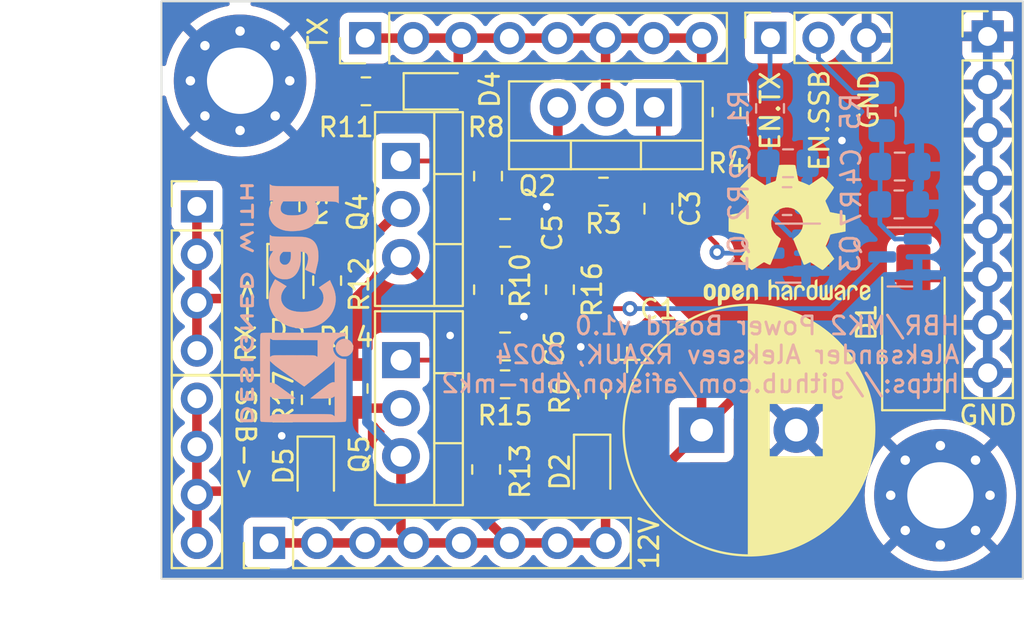
<source format=kicad_pcb>
(kicad_pcb (version 20221018) (generator pcbnew)
  (title_block (title "HBR/MK2 Power Board") (date "2024-02-03") (rev "1.0"))
  (layers (0 "F.Cu" signal) (31 "B.Cu" signal) (34 "B.Paste" user) (35 "F.Paste" user) (36 "B.SilkS" user "B.Silkscreen") (37 "F.SilkS" user "F.Silkscreen") (38 "B.Mask" user) (39 "F.Mask" user) (44 "Edge.Cuts" user))
  (net 0 "")
  (net 1 "+12V")
  (net 2 "GND")
  (net 3 "Net-(Q3-G)")
  (net 4 "Net-(Q1-G)")
  (net 5 "Net-(Q3-D)")
  (net 6 "Net-(D2-K)")
  (net 7 "Net-(D3-K)")
  (net 8 "Net-(Q4-G)")
  (net 9 "Net-(D4-K)")
  (net 10 "ENABLE_TX_12V")
  (net 11 "RX_12V")
  (net 12 "TX_12V")
  (net 13 "Net-(Q1-D)")
  (net 14 "Net-(Q5-G)")
  (net 15 "SSB_12V")
  (net 16 "ENABLE_SSB")
  (net 17 "Net-(D5-K)")
  (footprint "Resistor_SMD:R_0805_2012Metric_Pad1.20x1.40mm_HandSolder" (layer "F.Cu") (at 139.3 68.6 90)
    (fp_text reference "R9" (at -0.1 1.7 90) (layer "F.SilkS"))
    (fp_text value "4.7K" hide)
    (pad "1" smd roundrect (at -1 0 90) (size 1.2 1.4) (layers "F.Cu" "F.Paste" "F.Mask") (roundrect_rratio 0.2083333333) (net 7 "Net-(D3-K)"))
    (pad "2" smd roundrect (at 1 0 90) (size 1.2 1.4) (layers "F.Cu" "F.Paste" "F.Mask") (roundrect_rratio 0.2083333333) (net 2 "GND"))
  )
  (footprint "Symbol:OSHW-Logo2_9.8x8mm_SilkScreen" (layer "F.Cu") (at 165.8 70.1)
    (fp_text reference "SYM2" hide)
    (fp_text value "Logo_Open_Hardware_Small" hide)
  )
  (footprint "Resistor_SMD:R_0805_2012Metric_Pad1.20x1.40mm_HandSolder" (layer "F.Cu") (at 150.9 77.98 180)
    (fp_text reference "R15" (at 0 -1.65) (layer "F.SilkS"))
    (fp_text value "0" hide)
    (pad "1" smd roundrect (at -1 0 180) (size 1.2 1.4) (layers "F.Cu" "F.Paste" "F.Mask") (roundrect_rratio 0.2083333333) (net 5 "Net-(Q3-D)"))
    (pad "2" smd roundrect (at 1 0 180) (size 1.2 1.4) (layers "F.Cu" "F.Paste" "F.Mask") (roundrect_rratio 0.2083333333) (net 14 "Net-(Q5-G)"))
  )
  (footprint "Capacitor_THT:CP_Radial_D13.0mm_P5.00mm" (layer "F.Cu") (at 161.284785 80.4)
    (fp_text reference "C1" (at -2.284785 -6.375) (layer "F.SilkS"))
    (fp_text value "1000u" hide)
    (pad "1" thru_hole rect (at 0 0) (size 2.4 2.4) (drill 1.2) (layers "*.Cu" "*.Mask") (net 1 "+12V"))
    (pad "2" thru_hole circle (at 5 0) (size 2.4 2.4) (drill 1.2) (layers "*.Cu" "*.Mask") (net 2 "GND"))
  )
  (footprint "MountingHole:MountingHole_3.5mm_Pad_Via" (layer "F.Cu") (at 173.9 83.843845)
    (fp_text reference "H2" hide)
    (fp_text value "MountingHole_Pad" hide)
    (pad "1" thru_hole circle (at -2.625 0) (size 0.8 0.8) (drill 0.5) (layers "*.Cu" "*.Mask") (net 2 "GND"))
    (pad "1" thru_hole circle (at -1.856155 -1.856155) (size 0.8 0.8) (drill 0.5) (layers "*.Cu" "*.Mask") (net 2 "GND"))
    (pad "1" thru_hole circle (at -1.856155 1.856155) (size 0.8 0.8) (drill 0.5) (layers "*.Cu" "*.Mask") (net 2 "GND"))
    (pad "1" thru_hole circle (at 0 -2.625) (size 0.8 0.8) (drill 0.5) (layers "*.Cu" "*.Mask") (net 2 "GND"))
    (pad "1" thru_hole circle (at 0 0) (size 7 7) (drill 3.5) (layers "*.Cu" "*.Mask") (net 2 "GND"))
    (pad "1" thru_hole circle (at 0 2.625) (size 0.8 0.8) (drill 0.5) (layers "*.Cu" "*.Mask") (net 2 "GND"))
    (pad "1" thru_hole circle (at 1.856155 -1.856155) (size 0.8 0.8) (drill 0.5) (layers "*.Cu" "*.Mask") (net 2 "GND"))
    (pad "1" thru_hole circle (at 1.856155 1.856155) (size 0.8 0.8) (drill 0.5) (layers "*.Cu" "*.Mask") (net 2 "GND"))
    (pad "1" thru_hole circle (at 2.625 0) (size 0.8 0.8) (drill 0.5) (layers "*.Cu" "*.Mask") (net 2 "GND"))
  )
  (footprint "Resistor_SMD:R_0805_2012Metric_Pad1.20x1.40mm_HandSolder" (layer "F.Cu") (at 143.55 62.5 180)
    (fp_text reference "R11" (at 1.05 -1.9 180) (layer "F.SilkS"))
    (fp_text value "4.7K" hide)
    (pad "1" smd roundrect (at -1 0 180) (size 1.2 1.4) (layers "F.Cu" "F.Paste" "F.Mask") (roundrect_rratio 0.2083333333) (net 9 "Net-(D4-K)"))
    (pad "2" smd roundrect (at 1 0 180) (size 1.2 1.4) (layers "F.Cu" "F.Paste" "F.Mask") (roundrect_rratio 0.2083333333) (net 2 "GND"))
  )
  (footprint "Resistor_SMD:R_0805_2012Metric_Pad1.20x1.40mm_HandSolder" (layer "F.Cu") (at 156.1 67.8)
    (fp_text reference "R3" (at 0 1.7) (layer "F.SilkS"))
    (fp_text value "10K" hide)
    (pad "1" smd roundrect (at -1 0) (size 1.2 1.4) (layers "F.Cu" "F.Paste" "F.Mask") (roundrect_rratio 0.2083333333) (net 1 "+12V"))
    (pad "2" smd roundrect (at 1 0) (size 1.2 1.4) (layers "F.Cu" "F.Paste" "F.Mask") (roundrect_rratio 0.2083333333) (net 13 "Net-(Q1-D)"))
  )
  (footprint "Connector_PinHeader_2.54mm:PinHeader_1x08_P2.54mm_Vertical" (layer "F.Cu") (at 176.4 59.598845)
    (fp_text reference "J2" hide)
    (fp_text value "Conn_01x08" hide)
    (pad "1" thru_hole rect (at 0 0) (size 1.7 1.7) (drill 1) (layers "*.Cu" "*.Mask") (net 2 "GND"))
    (pad "2" thru_hole oval (at 0 2.54) (size 1.7 1.7) (drill 1) (layers "*.Cu" "*.Mask") (net 2 "GND"))
    (pad "3" thru_hole oval (at 0 5.08) (size 1.7 1.7) (drill 1) (layers "*.Cu" "*.Mask") (net 2 "GND"))
    (pad "4" thru_hole oval (at 0 7.62) (size 1.7 1.7) (drill 1) (layers "*.Cu" "*.Mask") (net 2 "GND"))
    (pad "5" thru_hole oval (at 0 10.16) (size 1.7 1.7) (drill 1) (layers "*.Cu" "*.Mask") (net 2 "GND"))
    (pad "6" thru_hole oval (at 0 12.7) (size 1.7 1.7) (drill 1) (layers "*.Cu" "*.Mask") (net 2 "GND"))
    (pad "7" thru_hole oval (at 0 15.24) (size 1.7 1.7) (drill 1) (layers "*.Cu" "*.Mask") (net 2 "GND"))
    (pad "8" thru_hole oval (at 0 17.78) (size 1.7 1.7) (drill 1) (layers "*.Cu" "*.Mask") (net 2 "GND"))
  )
  (footprint "Connector_PinHeader_2.54mm:PinHeader_1x08_P2.54mm_Vertical" (layer "F.Cu") (at 138.43 86.36 90)
    (fp_text reference "J1" hide)
    (fp_text value "Conn_01x08" hide)
    (pad "1" thru_hole rect (at 0 0 90) (size 1.7 1.7) (drill 1) (layers "*.Cu" "*.Mask") (net 1 "+12V"))
    (pad "2" thru_hole oval (at 0 2.54 90) (size 1.7 1.7) (drill 1) (layers "*.Cu" "*.Mask") (net 1 "+12V"))
    (pad "3" thru_hole oval (at 0 5.08 90) (size 1.7 1.7) (drill 1) (layers "*.Cu" "*.Mask") (net 1 "+12V"))
    (pad "4" thru_hole oval (at 0 7.62 90) (size 1.7 1.7) (drill 1) (layers "*.Cu" "*.Mask") (net 1 "+12V"))
    (pad "5" thru_hole oval (at 0 10.16 90) (size 1.7 1.7) (drill 1) (layers "*.Cu" "*.Mask") (net 1 "+12V"))
    (pad "6" thru_hole oval (at 0 12.7 90) (size 1.7 1.7) (drill 1) (layers "*.Cu" "*.Mask") (net 1 "+12V"))
    (pad "7" thru_hole oval (at 0 15.24 90) (size 1.7 1.7) (drill 1) (layers "*.Cu" "*.Mask") (net 1 "+12V"))
    (pad "8" thru_hole oval (at 0 17.78 90) (size 1.7 1.7) (drill 1) (layers "*.Cu" "*.Mask") (net 1 "+12V"))
  )
  (footprint "Connector_PinHeader_2.54mm:PinHeader_1x08_P2.54mm_Vertical" (layer "F.Cu") (at 134.62 68.58)
    (fp_text reference "J4" hide)
    (fp_text value "Conn_01x08" hide)
    (pad "1" thru_hole rect (at 0 0) (size 1.7 1.7) (drill 1) (layers "*.Cu" "*.Mask") (net 11 "RX_12V"))
    (pad "2" thru_hole oval (at 0 2.54) (size 1.7 1.7) (drill 1) (layers "*.Cu" "*.Mask") (net 11 "RX_12V"))
    (pad "3" thru_hole oval (at 0 5.08) (size 1.7 1.7) (drill 1) (layers "*.Cu" "*.Mask") (net 11 "RX_12V"))
    (pad "4" thru_hole oval (at 0 7.62) (size 1.7 1.7) (drill 1) (layers "*.Cu" "*.Mask") (net 11 "RX_12V"))
    (pad "5" thru_hole oval (at 0 10.16) (size 1.7 1.7) (drill 1) (layers "*.Cu" "*.Mask") (net 15 "SSB_12V"))
    (pad "6" thru_hole oval (at 0 12.7) (size 1.7 1.7) (drill 1) (layers "*.Cu" "*.Mask") (net 15 "SSB_12V"))
    (pad "7" thru_hole oval (at 0 15.24) (size 1.7 1.7) (drill 1) (layers "*.Cu" "*.Mask") (net 15 "SSB_12V"))
    (pad "8" thru_hole oval (at 0 17.78) (size 1.7 1.7) (drill 1) (layers "*.Cu" "*.Mask") (net 15 "SSB_12V"))
  )
  (footprint "Resistor_SMD:R_0805_2012Metric_Pad1.20x1.40mm_HandSolder" (layer "F.Cu") (at 150 66.98 -90)
    (fp_text reference "R8" (at -2.58 0.1 -180) (layer "F.SilkS"))
    (fp_text value "10K" hide)
    (pad "1" smd roundrect (at -1 0 270) (size 1.2 1.4) (layers "F.Cu" "F.Paste" "F.Mask") (roundrect_rratio 0.2083333333) (net 12 "TX_12V"))
    (pad "2" smd roundrect (at 1 0 270) (size 1.2 1.4) (layers "F.Cu" "F.Paste" "F.Mask") (roundrect_rratio 0.2083333333) (net 8 "Net-(Q4-G)"))
  )
  (footprint "LED_SMD:LED_0805_2012Metric_Pad1.15x1.40mm_HandSolder" (layer "F.Cu") (at 147.4025 62.5)
    (fp_text reference "D4" (at 2.6975 -0.1 90) (layer "F.SilkS"))
    (fp_text value "LED" hide)
    (pad "1" smd roundrect (at -1.025 0) (size 1.15 1.4) (layers "F.Cu" "F.Paste" "F.Mask") (roundrect_rratio 0.2173913043) (net 9 "Net-(D4-K)"))
    (pad "2" smd roundrect (at 1.025 0) (size 1.15 1.4) (layers "F.Cu" "F.Paste" "F.Mask") (roundrect_rratio 0.2173913043) (net 12 "TX_12V"))
  )
  (footprint "Capacitor_SMD:C_0805_2012Metric_Pad1.18x1.45mm_HandSolder" (layer "F.Cu") (at 150.9 69.98)
    (fp_text reference "C5" (at 2.5 0 90) (layer "F.SilkS"))
    (fp_text value "0.1u" hide)
    (pad "1" smd roundrect (at -1.0375 0) (size 1.175 1.45) (layers "F.Cu" "F.Paste" "F.Mask") (roundrect_rratio 0.2127659574) (net 8 "Net-(Q4-G)"))
    (pad "2" smd roundrect (at 1.0375 0) (size 1.175 1.45) (layers "F.Cu" "F.Paste" "F.Mask") (roundrect_rratio 0.2127659574) (net 2 "GND"))
  )
  (footprint "Capacitor_SMD:C_0805_2012Metric_Pad1.18x1.45mm_HandSolder" (layer "F.Cu") (at 159 68.7 -90)
    (fp_text reference "C3" (at 0 -1.68 90) (layer "F.SilkS"))
    (fp_text value "0.1u" hide)
    (pad "1" smd roundrect (at -1.0375 0 270) (size 1.175 1.45) (layers "F.Cu" "F.Paste" "F.Mask") (roundrect_rratio 0.2127659574) (net 13 "Net-(Q1-D)"))
    (pad "2" smd roundrect (at 1.0375 0 270) (size 1.175 1.45) (layers "F.Cu" "F.Paste" "F.Mask") (roundrect_rratio 0.2127659574) (net 2 "GND"))
  )
  (footprint "MountingHole:MountingHole_3.5mm_Pad_Via" (layer "F.Cu") (at 136.9 61.943845)
    (fp_text reference "H1" hide)
    (fp_text value "MountingHole_Pad" hide)
    (pad "1" thru_hole circle (at -2.625 0) (size 0.8 0.8) (drill 0.5) (layers "*.Cu" "*.Mask") (net 2 "GND"))
    (pad "1" thru_hole circle (at -1.856155 -1.856155) (size 0.8 0.8) (drill 0.5) (layers "*.Cu" "*.Mask") (net 2 "GND"))
    (pad "1" thru_hole circle (at -1.856155 1.856155) (size 0.8 0.8) (drill 0.5) (layers "*.Cu" "*.Mask") (net 2 "GND"))
    (pad "1" thru_hole circle (at 0 -2.625) (size 0.8 0.8) (drill 0.5) (layers "*.Cu" "*.Mask") (net 2 "GND"))
    (pad "1" thru_hole circle (at 0 0) (size 7 7) (drill 3.5) (layers "*.Cu" "*.Mask") (net 2 "GND"))
    (pad "1" thru_hole circle (at 0 2.625) (size 0.8 0.8) (drill 0.5) (layers "*.Cu" "*.Mask") (net 2 "GND"))
    (pad "1" thru_hole circle (at 1.856155 -1.856155) (size 0.8 0.8) (drill 0.5) (layers "*.Cu" "*.Mask") (net 2 "GND"))
    (pad "1" thru_hole circle (at 1.856155 1.856155) (size 0.8 0.8) (drill 0.5) (layers "*.Cu" "*.Mask") (net 2 "GND"))
    (pad "1" thru_hole circle (at 2.625 0) (size 0.8 0.8) (drill 0.5) (layers "*.Cu" "*.Mask") (net 2 "GND"))
  )
  (footprint "Package_TO_SOT_THT:TO-220-3_Vertical" (layer "F.Cu") (at 158.77 63.345 180)
    (fp_text reference "Q2" (at 6.17 -4.155 180) (layer "F.SilkS"))
    (fp_text value "IRF4905" hide)
    (pad "1" thru_hole rect (at 0 0 180) (size 1.905 2) (drill 1.1) (layers "*.Cu" "*.Mask") (net 13 "Net-(Q1-D)"))
    (pad "2" thru_hole oval (at 2.54 0 180) (size 1.905 2) (drill 1.1) (layers "*.Cu" "*.Mask") (net 12 "TX_12V"))
    (pad "3" thru_hole oval (at 5.08 0 180) (size 1.905 2) (drill 1.1) (layers "*.Cu" "*.Mask") (net 1 "+12V"))
  )
  (footprint "Resistor_SMD:R_0805_2012Metric_Pad1.20x1.40mm_HandSolder" (layer "F.Cu") (at 149.9 82.48 90)
    (fp_text reference "R13" (at -0.1 1.8 90) (layer "F.SilkS"))
    (fp_text value "10K" hide)
    (pad "1" smd roundrect (at -1 0 90) (size 1.2 1.4) (layers "F.Cu" "F.Paste" "F.Mask") (roundrect_rratio 0.2083333333) (net 1 "+12V"))
    (pad "2" smd roundrect (at 1 0 90) (size 1.2 1.4) (layers "F.Cu" "F.Paste" "F.Mask") (roundrect_rratio 0.2083333333) (net 14 "Net-(Q5-G)"))
  )
  (footprint "Resistor_SMD:R_0805_2012Metric_Pad1.20x1.40mm_HandSolder" (layer "F.Cu") (at 162.6 63.6 -90)
    (fp_text reference "R4" (at 2.7 0 -180) (layer "F.SilkS"))
    (fp_text value "100K" hide)
    (pad "1" smd roundrect (at -1 0 270) (size 1.2 1.4) (layers "F.Cu" "F.Paste" "F.Mask") (roundrect_rratio 0.2083333333) (net 12 "TX_12V"))
    (pad "2" smd roundrect (at 1 0 270) (size 1.2 1.4) (layers "F.Cu" "F.Paste" "F.Mask") (roundrect_rratio 0.2083333333) (net 2 "GND"))
  )
  (footprint "Connector_PinSocket_2.54mm:PinSocket_1x03_P2.54mm_Vertical" (layer "F.Cu") (at 164.92 59.675 90)
    (fp_text reference "J5" hide)
    (fp_text value "Conn_01x03" hide)
    (pad "1" thru_hole rect (at 0 0 90) (size 1.7 1.7) (drill 1) (layers "*.Cu" "*.Mask") (net 10 "ENABLE_TX_12V"))
    (pad "2" thru_hole oval (at 0 2.54 90) (size 1.7 1.7) (drill 1) (layers "*.Cu" "*.Mask") (net 16 "ENABLE_SSB"))
    (pad "3" thru_hole oval (at 0 5.08 90) (size 1.7 1.7) (drill 1) (layers "*.Cu" "*.Mask") (net 2 "GND"))
  )
  (footprint "LED_SMD:LED_0805_2012Metric_Pad1.15x1.40mm_HandSolder" (layer "F.Cu") (at 140.9 82.6 -90)
    (fp_text reference "D5" (at -0.3 1.7 90) (layer "F.SilkS"))
    (fp_text value "LED" hide)
    (pad "1" smd roundrect (at -1.025 0 270) (size 1.15 1.4) (layers "F.Cu" "F.Paste" "F.Mask") (roundrect_rratio 0.2173913043) (net 17 "Net-(D5-K)"))
    (pad "2" smd roundrect (at 1.025 0 270) (size 1.15 1.4) (layers "F.Cu" "F.Paste" "F.Mask") (roundrect_rratio 0.2173913043) (net 15 "SSB_12V"))
  )
  (footprint "Resistor_SMD:R_0805_2012Metric_Pad1.20x1.40mm_HandSolder" (layer "F.Cu") (at 142.9 78.2 90)
    (fp_text reference "R14" (at 2.7 -0.4 180) (layer "F.SilkS"))
    (fp_text value "100K" hide)
    (pad "1" smd roundrect (at -1 0 90) (size 1.2 1.4) (layers "F.Cu" "F.Paste" "F.Mask") (roundrect_rratio 0.2083333333) (net 15 "SSB_12V"))
    (pad "2" smd roundrect (at 1 0 90) (size 1.2 1.4) (layers "F.Cu" "F.Paste" "F.Mask") (roundrect_rratio 0.2083333333) (net 2 "GND"))
  )
  (footprint "Resistor_SMD:R_0805_2012Metric_Pad1.20x1.40mm_HandSolder" (layer "F.Cu") (at 140.9 78.8 90)
    (fp_text reference "R17" (at 0.1 -1.7 270) (layer "F.SilkS"))
    (fp_text value "4.7K" hide)
    (pad "1" smd roundrect (at -1 0 90) (size 1.2 1.4) (layers "F.Cu" "F.Paste" "F.Mask") (roundrect_rratio 0.2083333333) (net 17 "Net-(D5-K)"))
    (pad "2" smd roundrect (at 1 0 90) (size 1.2 1.4) (layers "F.Cu" "F.Paste" "F.Mask") (roundrect_rratio 0.2083333333) (net 2 "GND"))
  )
  (footprint "Capacitor_SMD:C_0805_2012Metric_Pad1.18x1.45mm_HandSolder" (layer "F.Cu") (at 150.9 75.98)
    (fp_text reference "C6" (at 2.6 0.1 90) (layer "F.SilkS"))
    (fp_text value "0.1u" hide)
    (pad "1" smd roundrect (at -1.0375 0) (size 1.175 1.45) (layers "F.Cu" "F.Paste" "F.Mask") (roundrect_rratio 0.2127659574) (net 14 "Net-(Q5-G)"))
    (pad "2" smd roundrect (at 1.0375 0) (size 1.175 1.45) (layers "F.Cu" "F.Paste" "F.Mask") (roundrect_rratio 0.2127659574) (net 2 "GND"))
  )
  (footprint "Connector_PinHeader_2.54mm:PinHeader_1x08_P2.54mm_Vertical" (layer "F.Cu") (at 143.51 59.69 90)
    (fp_text reference "J3" hide)
    (fp_text value "Conn_01x08" hide)
    (pad "1" thru_hole rect (at 0 0 90) (size 1.7 1.7) (drill 1) (layers "*.Cu" "*.Mask") (net 12 "TX_12V"))
    (pad "2" thru_hole oval (at 0 2.54 90) (size 1.7 1.7) (drill 1) (layers "*.Cu" "*.Mask") (net 12 "TX_12V"))
    (pad "3" thru_hole oval (at 0 5.08 90) (size 1.7 1.7) (drill 1) (layers "*.Cu" "*.Mask") (net 12 "TX_12V"))
    (pad "4" thru_hole oval (at 0 7.62 90) (size 1.7 1.7) (drill 1) (layers "*.Cu" "*.Mask") (net 12 "TX_12V"))
    (pad "5" thru_hole oval (at 0 10.16 90) (size 1.7 1.7) (drill 1) (layers "*.Cu" "*.Mask") (net 12 "TX_12V"))
    (pad "6" thru_hole oval (at 0 12.7 90) (size 1.7 1.7) (drill 1) (layers "*.Cu" "*.Mask") (net 12 "TX_12V"))
    (pad "7" thru_hole oval (at 0 15.24 90) (size 1.7 1.7) (drill 1) (layers "*.Cu" "*.Mask") (net 12 "TX_12V"))
    (pad "8" thru_hole oval (at 0 17.78 90) (size 1.7 1.7) (drill 1) (layers "*.Cu" "*.Mask") (net 12 "TX_12V"))
  )
  (footprint "LED_SMD:LED_0805_2012Metric_Pad1.15x1.40mm_HandSolder" (layer "F.Cu") (at 155.5 82.5 -90)
    (fp_text reference "D2" (at 0.1 1.7 90) (layer "F.SilkS"))
    (fp_text value "LED" hide)
    (pad "1" smd roundrect (at -1.025 0 270) (size 1.15 1.4) (layers "F.Cu" "F.Paste" "F.Mask") (roundrect_rratio 0.2173913043) (net 6 "Net-(D2-K)"))
    (pad "2" smd roundrect (at 1.025 0 270) (size 1.15 1.4) (layers "F.Cu" "F.Paste" "F.Mask") (roundrect_rratio 0.2173913043) (net 1 "+12V"))
  )
  (footprint "Resistor_SMD:R_0805_2012Metric_Pad1.20x1.40mm_HandSolder" (layer "F.Cu") (at 141.5 72.5 90)
    (fp_text reference "R12" (at -0.2 1.7 270) (layer "F.SilkS"))
    (fp_text value "100K" hide)
    (pad "1" smd roundrect (at -1 0 90) (size 1.2 1.4) (layers "F.Cu" "F.Paste" "F.Mask") (roundrect_rratio 0.2083333333) (net 11 "RX_12V"))
    (pad "2" smd roundrect (at 1 0 90) (size 1.2 1.4) (layers "F.Cu" "F.Paste" "F.Mask") (roundrect_rratio 0.2083333333) (net 2 "GND"))
  )
  (footprint "Resistor_SMD:R_0805_2012Metric_Pad1.20x1.40mm_HandSolder" (layer "F.Cu") (at 153.8 72.98 90)
    (fp_text reference "R16" (at 0 1.7 90) (layer "F.SilkS"))
    (fp_text value "DNP" hide)
    (pad "1" smd roundrect (at -1 0 90) (size 1.2 1.4) (layers "F.Cu" "F.Paste" "F.Mask") (roundrect_rratio 0.2083333333) (net 5 "Net-(Q3-D)"))
    (pad "2" smd roundrect (at 1 0 90) (size 1.2 1.4) (layers "F.Cu" "F.Paste" "F.Mask") (roundrect_rratio 0.2083333333) (net 8 "Net-(Q4-G)"))
  )
  (footprint "Resistor_SMD:R_0805_2012Metric_Pad1.20x1.40mm_HandSolder" (layer "F.Cu") (at 155.5 78.5 90)
    (fp_text reference "R6" (at -0.1 -1.7 90) (layer "F.SilkS"))
    (fp_text value "4.7K" hide)
    (pad "1" smd roundrect (at -1 0 90) (size 1.2 1.4) (layers "F.Cu" "F.Paste" "F.Mask") (roundrect_rratio 0.2083333333) (net 6 "Net-(D2-K)"))
    (pad "2" smd roundrect (at 1 0 90) (size 1.2 1.4) (layers "F.Cu" "F.Paste" "F.Mask") (roundrect_rratio 0.2083333333) (net 2 "GND"))
  )
  (footprint "LED_SMD:LED_0805_2012Metric_Pad1.15x1.40mm_HandSolder" (layer "F.Cu") (at 139.3 72.425 -90)
    (fp_text reference "D3" (at 2.675 -0.1 -180) (layer "F.SilkS"))
    (fp_text value "LED" hide)
    (pad "1" smd roundrect (at -1.025 0 270) (size 1.15 1.4) (layers "F.Cu" "F.Paste" "F.Mask") (roundrect_rratio 0.2173913043) (net 7 "Net-(D3-K)"))
    (pad "2" smd roundrect (at 1.025 0 270) (size 1.15 1.4) (layers "F.Cu" "F.Paste" "F.Mask") (roundrect_rratio 0.2173913043) (net 11 "RX_12V"))
  )
  (footprint "Package_TO_SOT_THT:TO-220-3_Vertical" (layer "F.Cu") (at 145.4 66.18 -90)
    (fp_text reference "Q4" (at 2.7 2.3 -90) (layer "F.SilkS"))
    (fp_text value "IRF4905" hide)
    (pad "1" thru_hole rect (at 0 0 270) (size 1.905 2) (drill 1.1) (layers "*.Cu" "*.Mask") (net 8 "Net-(Q4-G)"))
    (pad "2" thru_hole oval (at 2.54 0 270) (size 1.905 2) (drill 1.1) (layers "*.Cu" "*.Mask") (net 11 "RX_12V"))
    (pad "3" thru_hole oval (at 5.08 0 270) (size 1.905 2) (drill 1.1) (layers "*.Cu" "*.Mask") (net 1 "+12V"))
  )
  (footprint "Diode_SMD:D_SMA_Handsoldering" (layer "F.Cu") (at 172.473845 74.838845 90)
    (fp_text reference "D1" (at 0.138845 -2.473845 90) (layer "F.SilkS"))
    (fp_text value "SS14" hide)
    (pad "1" smd roundrect (at -2.5 0 90) (size 3.5 1.8) (layers "F.Cu" "F.Paste" "F.Mask") (roundrect_rratio 0.1388888889) (net 1 "+12V"))
    (pad "2" smd roundrect (at 2.5 0 90) (size 3.5 1.8) (layers "F.Cu" "F.Paste" "F.Mask") (roundrect_rratio 0.1388888889) (net 2 "GND"))
  )
  (footprint "Resistor_SMD:R_0805_2012Metric_Pad1.20x1.40mm_HandSolder" (layer "F.Cu") (at 150 72.98 90)
    (fp_text reference "R10" (at 0.48 1.7 90) (layer "F.SilkS"))
    (fp_text value "DNP (10K)" hide)
    (pad "1" smd roundrect (at -1 0 90) (size 1.2 1.4) (layers "F.Cu" "F.Paste" "F.Mask") (roundrect_rratio 0.2083333333) (net 1 "+12V"))
    (pad "2" smd roundrect (at 1 0 90) (size 1.2 1.4) (layers "F.Cu" "F.Paste" "F.Mask") (roundrect_rratio 0.2083333333) (net 8 "Net-(Q4-G)"))
  )
  (footprint "Package_TO_SOT_THT:TO-220-3_Vertical" (layer "F.Cu") (at 145.4 76.7 -90)
    (fp_text reference "Q5" (at 4.98 2.2 90) (layer "F.SilkS"))
    (fp_text value "IRF4905" hide)
    (pad "1" thru_hole rect (at 0 0 270) (size 1.905 2) (drill 1.1) (layers "*.Cu" "*.Mask") (net 14 "Net-(Q5-G)"))
    (pad "2" thru_hole oval (at 2.54 0 270) (size 1.905 2) (drill 1.1) (layers "*.Cu" "*.Mask") (net 15 "SSB_12V"))
    (pad "3" thru_hole oval (at 5.08 0 270) (size 1.905 2) (drill 1.1) (layers "*.Cu" "*.Mask") (net 1 "+12V"))
  )
  (footprint "Resistor_SMD:R_0805_2012Metric_Pad1.20x1.40mm_HandSolder" (layer "B.Cu") (at 165.8 68.3)
    (fp_text reference "R2" (at -2.55 0.1 90) (layer "B.SilkS") (effects (justify mirror)))
    (fp_text value "10K" hide)
    (pad "1" smd roundrect (at -1 0) (size 1.2 1.4) (layers "B.Cu" "B.Paste" "B.Mask") (roundrect_rratio 0.2083333333) (net 4 "Net-(Q1-G)"))
    (pad "2" smd roundrect (at 1 0) (size 1.2 1.4) (layers "B.Cu" "B.Paste" "B.Mask") (roundrect_rratio 0.2083333333) (net 2 "GND"))
  )
  (footprint "Capacitor_SMD:C_0805_2012Metric_Pad1.18x1.45mm_HandSolder" (layer "B.Cu") (at 171.75 66.475)
    (fp_text reference "C4" (at -2.55 0 90) (layer "B.SilkS") (effects (justify mirror)))
    (fp_text value "0.1u" hide)
    (pad "1" smd roundrect (at -1.0375 0) (size 1.175 1.45) (layers "B.Cu" "B.Paste" "B.Mask") (roundrect_rratio 0.2127659574) (net 3 "Net-(Q3-G)"))
    (pad "2" smd roundrect (at 1.0375 0) (size 1.175 1.45) (layers "B.Cu" "B.Paste" "B.Mask") (roundrect_rratio 0.2127659574) (net 2 "GND"))
  )
  (footprint "Package_TO_SOT_SMD:SOT-23" (layer "B.Cu") (at 171.7625 71.25 180)
    (fp_text reference "Q3" (at 2.6125 0.175 90) (layer "B.SilkS") (effects (justify mirror)))
    (fp_text value "2N7002" hide)
    (pad "1" smd roundrect (at -0.9375 0.95 180) (size 1.475 0.6) (layers "B.Cu" "B.Paste" "B.Mask") (net 3 "Net-(Q3-G)"))
    (pad "2" smd roundrect (at -0.9375 -0.95 180) (size 1.475 0.6) (layers "B.Cu" "B.Paste" "B.Mask") (net 2 "GND"))
    (pad "3" smd roundrect (at 0.9375 0 180) (size 1.475 0.6) (layers "B.Cu" "B.Paste" "B.Mask") (net 5 "Net-(Q3-D)"))
  )
  (footprint "Capacitor_SMD:C_0805_2012Metric_Pad1.18x1.45mm_HandSolder" (layer "B.Cu") (at 165.85 66.3)
    (fp_text reference "C2" (at -2.5 -0.1 90) (layer "B.SilkS") (effects (justify mirror)))
    (fp_text value "0.1u" hide)
    (pad "1" smd roundrect (at -1.0375 0) (size 1.175 1.45) (layers "B.Cu" "B.Paste" "B.Mask") (roundrect_rratio 0.2127659574) (net 4 "Net-(Q1-G)"))
    (pad "2" smd roundrect (at 1.0375 0) (size 1.175 1.45) (layers "B.Cu" "B.Paste" "B.Mask") (roundrect_rratio 0.2127659574) (net 2 "GND"))
  )
  (footprint "Resistor_SMD:R_0805_2012Metric_Pad1.20x1.40mm_HandSolder" (layer "B.Cu") (at 171.7 68.475)
    (fp_text reference "R7" (at -2.5 0.2 90) (layer "B.SilkS") (effects (justify mirror)))
    (fp_text value "10K" hide)
    (pad "1" smd roundrect (at -1 0) (size 1.2 1.4) (layers "B.Cu" "B.Paste" "B.Mask") (roundrect_rratio 0.2083333333) (net 3 "Net-(Q3-G)"))
    (pad "2" smd roundrect (at 1 0) (size 1.2 1.4) (layers "B.Cu" "B.Paste" "B.Mask") (roundrect_rratio 0.2083333333) (net 2 "GND"))
  )
  (footprint "Package_TO_SOT_SMD:SOT-23" (layer "B.Cu") (at 165.8625 71.05 180)
    (fp_text reference "Q1" (at 2.6375 -0.025 90) (layer "B.SilkS") (effects (justify mirror)))
    (fp_text value "2N7002" hide)
    (pad "1" smd roundrect (at -0.9375 0.95 180) (size 1.475 0.6) (layers "B.Cu" "B.Paste" "B.Mask") (net 4 "Net-(Q1-G)"))
    (pad "2" smd roundrect (at -0.9375 -0.95 180) (size 1.475 0.6) (layers "B.Cu" "B.Paste" "B.Mask") (net 2 "GND"))
    (pad "3" smd roundrect (at 0.9375 0 180) (size 1.475 0.6) (layers "B.Cu" "B.Paste" "B.Mask") (net 13 "Net-(Q1-D)"))
  )
  (footprint "Resistor_SMD:R_0805_2012Metric_Pad1.20x1.40mm_HandSolder" (layer "B.Cu") (at 164.9 63.4 -90)
    (fp_text reference "R1" (at 0 1.65 90) (layer "B.SilkS") (effects (justify mirror)))
    (fp_text value "22" hide)
    (pad "1" smd roundrect (at -1 0 270) (size 1.2 1.4) (layers "B.Cu" "B.Paste" "B.Mask") (roundrect_rratio 0.2083333333) (net 10 "ENABLE_TX_12V"))
    (pad "2" smd roundrect (at 1 0 270) (size 1.2 1.4) (layers "B.Cu" "B.Paste" "B.Mask") (roundrect_rratio 0.2083333333) (net 4 "Net-(Q1-G)"))
  )
  (footprint "Symbol:KiCad-Logo2_5mm_SilkScreen" (layer "B.Cu") (at 139.9 73.7 90)
    (fp_text reference "SYM1" hide)
    (fp_text value "SYM_Radio_Waves_Large" hide)
  )
  (footprint "Resistor_SMD:R_0805_2012Metric_Pad1.20x1.40mm_HandSolder" (layer "B.Cu") (at 170.8 63.575 -90)
    (fp_text reference "R5" (at 0 1.65 90) (layer "B.SilkS") (effects (justify mirror)))
    (fp_text value "22" hide)
    (pad "1" smd roundrect (at -1 0 270) (size 1.2 1.4) (layers "B.Cu" "B.Paste" "B.Mask") (roundrect_rratio 0.2083333333) (net 16 "ENABLE_SSB"))
    (pad "2" smd roundrect (at 1 0 270) (size 1.2 1.4) (layers "B.Cu" "B.Paste" "B.Mask") (roundrect_rratio 0.2083333333) (net 3 "Net-(Q3-G)"))
  )
  (gr_line (start 133.3 77.5) (end 138.3 77.5) (stroke (width 0.15)) (layer "F.SilkS"))
  (gr_line (start 178.25 57.75) (end 178.25 88.25) (stroke (width 0.1)) (layer "Edge.Cuts"))
  (gr_line (start 132.75 88.25) (end 132.75 57.75) (stroke (width 0.1)) (layer "Edge.Cuts"))
  (gr_line (start 178.25 88.25) (end 132.75 88.25) (stroke (width 0.1)) (layer "Edge.Cuts"))
  (gr_line (start 132.75 57.75) (end 178.25 57.75) (stroke (width 0.1)) (layer "Edge.Cuts"))
  (gr_text "HBR/MK2 Power Board v1.0\nAleksander Alekseev R2AUK, 2024\nhttps://github.com/afiskon/hbr-mk2" (at 175 78.5) (layer "B.SilkS") (effects (font (size 0.95 0.95) (thickness 0.15) bold) (justify left bottom mirror)))
  (gr_text "RX->" (at 137.8 76.9 90) (layer "F.SilkS") (effects (font (size 1 1)) (justify left bottom)))
  (gr_text "12V" (at 159.1 87.85 90) (layer "F.SilkS") (effects (font (size 1 1)) (justify left bottom)))
  (gr_text "EN.SSB" (at 168.1 66.8 90) (layer "F.SilkS") (effects (font (size 1 1)) (justify left bottom)))
  (gr_text "GND" (at 174.8 80.2) (layer "F.SilkS") (effects (font (size 1 1)) (justify left bottom)))
  (gr_text "GND" (at 170.7 64.6 90) (layer "F.SilkS") (effects (font (size 1 1)) (justify left bottom)))
  (gr_text "TX" (at 141.6 60.4 90) (layer "F.SilkS") (effects (font (size 1 1)) (justify left bottom)))
  (gr_text "EN.TX" (at 165.5 65.7 90) (layer "F.SilkS") (effects (font (size 1 1)) (justify left bottom)))
  (gr_text "SSB->" (at 136.6 78.1 270) (layer "F.SilkS") (effects (font (size 1 1)) (justify left bottom)))
  (segment (start 155.5 83.525) (end 158.159785 83.525) (width 0.5) (layer "F.Cu") (net 1))
  (segment (start 149.9 83.48) (end 149.9 85.13) (width 0.5) (layer "F.Cu") (net 1))
  (segment (start 155.1 67.8) (end 155.1 70.1) (width 0.5) (layer "F.Cu") (net 1))
  (segment (start 153.69 63.345) (end 153.69 66.39) (width 0.5) (layer "F.Cu") (net 1))
  (segment (start 164.34594 77.338845) (end 172.473845 77.338845) (width 0.5) (layer "F.Cu") (net 1))
  (segment (start 140.97 86.36) (end 143.51 86.36) (width 0.5) (layer "F.Cu") (net 1))
  (segment (start 151.13 86.36) (end 153.67 86.36) (width 0.5) (layer "F.Cu") (net 1))
  (segment (start 158.159785 83.525) (end 161.284785 80.4) (width 0.5) (layer "F.Cu") (net 1))
  (segment (start 155.1 70.1) (end 161.284785 76.284785) (width 0.5) (layer "F.Cu") (net 1))
  (segment (start 148.12 73.98) (end 145.4 71.26) (width 0.5) (layer "F.Cu") (net 1))
  (segment (start 145.4 85.71) (end 146.05 86.36) (width 0.5) (layer "F.Cu") (net 1))
  (segment (start 148.6 86.35) (end 148.59 86.36) (width 0.5) (layer "F.Cu") (net 1))
  (segment (start 153.67 86.36) (end 156.21 86.36) (width 0.5) (layer "F.Cu") (net 1))
  (segment (start 138.43 86.36) (end 140.97 86.36) (width 0.5) (layer "F.Cu") (net 1))
  (segment (start 146.05 86.36) (end 148.59 86.36) (width 0.5) (layer "F.Cu") (net 1))
  (segment (start 153.69 66.39) (end 155.1 67.8) (width 0.5) (layer "F.Cu") (net 1))
  (segment (start 161.284785 76.284785) (end 161.284785 80.4) (width 0.5) (layer "F.Cu") (net 1))
  (segment (start 150 73.98) (end 148.12 73.98) (width 0.5) (layer "F.Cu") (net 1))
  (segment (start 145.4 81.78) (end 145.4 85.71) (width 0.5) (layer "F.Cu") (net 1))
  (segment (start 161.284785 80.4) (end 164.34594 77.338845) (width 0.5) (layer "F.Cu") (net 1))
  (segment (start 148.59 86.36) (end 151.13 86.36) (width 0.5) (layer "F.Cu") (net 1))
  (segment (start 149.9 85.13) (end 151.13 86.36) (width 0.5) (layer "F.Cu") (net 1))
  (segment (start 156.21 86.36) (end 156.21 84.235) (width 0.5) (layer "F.Cu") (net 1))
  (segment (start 156.21 84.235) (end 155.5 83.525) (width 0.5) (layer "F.Cu") (net 1))
  (segment (start 143.51 86.36) (end 146.05 86.36) (width 0.5) (layer "F.Cu") (net 1))
  (segment (start 143.6 79.98) (end 143.6 73.06) (width 0.5) (layer "B.Cu") (net 1))
  (segment (start 145.4 81.78) (end 143.6 79.98) (width 0.5) (layer "B.Cu") (net 1))
  (segment (start 143.6 73.06) (end 145.4 71.26) (width 0.5) (layer "B.Cu") (net 1))
  (via (at 168.7 65.1) (size 0.8) (drill 0.4) (layers "F.Cu" "B.Cu") (net 2))
  (via (at 154.9 76) (size 0.8) (drill 0.4) (layers "F.Cu" "B.Cu") (net 2))
  (via (at 151.9 74.4) (size 0.8) (drill 0.4) (layers "F.Cu" "B.Cu") (net 2))
  (via (at 148 75.4) (size 0.8) (drill 0.4) (layers "F.Cu" "B.Cu") (net 2))
  (via (at 153.1 68.6) (size 0.8) (drill 0.4) (layers "F.Cu" "B.Cu") (net 2))
  (via (at 139.1 80.7) (size 0.8) (drill 0.4) (layers "F.Cu" "B.Cu") (net 2))
  (segment (start 170.7 69.5) (end 171.5 70.3) (width 0.25) (layer "B.Cu") (net 3))
  (segment (start 170.7 68.475) (end 170.7 69.5) (width 0.25) (layer "B.Cu") (net 3))
  (segment (start 170.8 64.575) (end 170.8 66.3875) (width 0.25) (layer "B.Cu") (net 3))
  (segment (start 170.7125 66.475) (end 170.7125 68.4625) (width 0.25) (layer "B.Cu") (net 3))
  (segment (start 170.7125 68.4625) (end 170.7 68.475) (width 0.25) (layer "B.Cu") (net 3))
  (segment (start 170.8 66.3875) (end 170.7125 66.475) (width 0.25) (layer "B.Cu") (net 3))
  (segment (start 171.5 70.3) (end 172.7 70.3) (width 0.25) (layer "B.Cu") (net 3))
  (segment (start 164.9 64.4) (end 164.9 66.2125) (width 0.25) (layer "B.Cu") (net 4))
  (segment (start 164.8125 68.2875) (end 164.8 68.3) (width 0.25) (layer "B.Cu") (net 4))
  (segment (start 164.8 68.9) (end 166 70.1) (width 0.25) (layer "B.Cu") (net 4))
  (segment (start 164.8 68.3) (end 164.8 68.9) (width 0.25) (layer "B.Cu") (net 4))
  (segment (start 164.9 66.2125) (end 164.8125 66.3) (width 0.25) (layer "B.Cu") (net 4))
  (segment (start 166 70.1) (end 166.8 70.1) (width 0.25) (layer "B.Cu") (net 4))
  (segment (start 164.8125 66.3) (end 164.8125 68.2875) (width 0.25) (layer "B.Cu") (net 4))
  (segment (start 153.8 76.08) (end 153.8 73.98) (width 0.25) (layer "F.Cu") (net 5))
  (segment (start 151.9 77.98) (end 153.8 76.08) (width 0.25) (layer "F.Cu") (net 5))
  (segment (start 157.5 73.98) (end 153.8 73.98) (width 0.25) (layer "F.Cu") (net 5))
  (via (at 157.5 73.98) (size 0.8) (drill 0.4) (layers "F.Cu" "B.Cu") (net 5))
  (segment (start 168.095 73.98) (end 170.825 71.25) (width 0.25) (layer "B.Cu") (net 5))
  (segment (start 157.5 73.98) (end 168.095 73.98) (width 0.25) (layer "B.Cu") (net 5))
  (segment (start 155.5 81.475) (end 155.5 79.5) (width 0.25) (layer "F.Cu") (net 6))
  (segment (start 139.3 71.4) (end 139.3 69.6) (width 0.25) (layer "F.Cu") (net 7))
  (segment (start 150 69.8425) (end 149.8625 69.98) (width 0.25) (layer "F.Cu") (net 8))
  (segment (start 150 67.98) (end 149.68 67.98) (width 0.25) (layer "F.Cu") (net 8))
  (segment (start 150 67.98) (end 150 69.8425) (width 0.25) (layer "F.Cu") (net 8))
  (segment (start 149.68 67.98) (end 147.88 66.18) (width 0.25) (layer "F.Cu") (net 8))
  (segment (start 149.8625 71.8425) (end 150 71.98) (width 0.25) (layer "F.Cu") (net 8))
  (segment (start 149.8625 69.98) (end 149.8625 71.8425) (width 0.25) (layer "F.Cu") (net 8))
  (segment (start 149.86 67.84) (end 150 67.98) (width 0.25) (layer "F.Cu") (net 8))
  (segment (start 147.88 66.18) (end 145.4 66.18) (width 0.25) (layer "F.Cu") (net 8))
  (segment (start 150 71.98) (end 153.8 71.98) (width 0.25) (layer "F.Cu") (net 8))
  (segment (start 150.3 68.28) (end 150 67.98) (width 0.25) (layer "F.Cu") (net 8))
  (segment (start 146.3775 62.5) (end 144.55 62.5) (width 0.25) (layer "F.Cu") (net 9))
  (segment (start 164.9 62.4) (end 164.9 59.695) (width 0.25) (layer "B.Cu") (net 10))
  (segment (start 164.9 59.695) (end 164.92 59.675) (width 0.25) (layer "B.Cu") (net 10))
  (segment (start 143.2 70.92) (end 143.2 71.8) (width 0.5) (layer "F.Cu") (net 11))
  (segment (start 134.62 68.58) (end 134.62 71.12) (width 0.5) (layer "F.Cu") (net 11))
  (segment (start 141.5 73.5) (end 139.35 73.5) (width 0.5) (layer "F.Cu") (net 11))
  (segment (start 141.45 73.45) (end 141.5 73.5) (width 0.5) (layer "F.Cu") (net 11))
  (segment (start 143.2 71.8) (end 141.5 73.5) (width 0.5) (layer "F.Cu") (net 11))
  (segment (start 134.83 73.45) (end 134.62 73.66) (width 0.5) (layer "F.Cu") (net 11))
  (segment (start 139.3 73.45) (end 134.83 73.45) (width 0.5) (layer "F.Cu") (net 11))
  (segment (start 145.4 68.72) (end 143.2 70.92) (width 0.5) (layer "F.Cu") (net 11))
  (segment (start 134.62 73.66) (end 134.62 76.2) (width 0.5) (layer "F.Cu") (net 11))
  (segment (start 139.35 73.5) (end 139.3 73.45) (width 0.5) (layer "F.Cu") (net 11))
  (segment (start 134.62 71.12) (end 134.62 73.66) (width 0.5) (layer "F.Cu") (net 11))
  (segment (start 139.09 73.66) (end 139.3 73.45) (width 0.5) (layer "F.Cu") (net 11))
  (segment (start 156.21 63.325) (end 156.23 63.345) (width 0.5) (layer "F.Cu") (net 12))
  (segment (start 158.75 59.69) (end 161.29 59.69) (width 0.5) (layer "F.Cu") (net 12))
  (segment (start 148.4275 62.5) (end 148.4275 59.8525) (width 0.5) (layer "F.Cu") (net 12))
  (segment (start 150 64.0725) (end 148.4275 62.5) (width 0.5) (layer "F.Cu") (net 12))
  (segment (start 153.67 59.69) (end 156.21 59.69) (width 0.5) (layer "F.Cu") (net 12))
  (segment (start 143.51 59.69) (end 146.05 59.69) (width 0.5) (layer "F.Cu") (net 12))
  (segment (start 150 65.98) (end 150 64.0725) (width 0.5) (layer "F.Cu") (net 12))
  (segment (start 146.05 59.69) (end 148.59 59.69) (width 0.5) (layer "F.Cu") (net 12))
  (segment (start 151.13 59.69) (end 153.67 59.69) (width 0.5) (layer "F.Cu") (net 12))
  (segment (start 156.21 59.69) (end 158.75 59.69) (width 0.5) (layer "F.Cu") (net 12))
  (segment (start 148.59 59.69) (end 151.13 59.69) (width 0.5) (layer "F.Cu") (net 12))
  (segment (start 156.21 59.69) (end 156.21 63.325) (width 0.5) (layer "F.Cu") (net 12))
  (segment (start 161.29 59.69) (end 161.29 61.29) (width 0.5) (layer "F.Cu") (net 12))
  (segment (start 148.4275 59.8525) (end 148.59 59.69) (width 0.5) (layer "F.Cu") (net 12))
  (segment (start 161.29 61.29) (end 162.6 62.6) (width 0.5) (layer "F.Cu") (net 12))
  (segment (start 162.1 70.6) (end 162.1 71) (width 0.25) (layer "F.Cu") (net 13))
  (segment (start 159 63.575) (end 158.77 63.345) (width 0.25) (layer "F.Cu") (net 13))
  (segment (start 159 67.6625) (end 159.1625 67.6625) (width 0.25) (layer "F.Cu") (net 13))
  (segment (start 159.1625 67.6625) (end 162.1 70.6) (width 0.25) (layer "F.Cu") (net 13))
  (segment (start 159 67.6625) (end 159 63.575) (width 0.25) (layer "F.Cu") (net 13))
  (segment (start 158.8625 67.8) (end 159 67.6625) (width 0.25) (layer "F.Cu") (net 13))
  (segment (start 157.1 67.8) (end 158.8625 67.8) (width 0.25) (layer "F.Cu") (net 13))
  (via (at 162.1 71) (size 0.8) (drill 0.4) (layers "F.Cu" "B.Cu") (net 13))
  (segment (start 162.15 71.05) (end 162.1 71) (width 0.25) (layer "B.Cu") (net 13))
  (segment (start 164.925 71.05) (end 162.15 71.05) (width 0.25) (layer "B.Cu") (net 13))
  (segment (start 149.1425 76.7) (end 149.8625 75.98) (width 0.25) (layer "F.Cu") (net 14))
  (segment (start 149.9 77.98) (end 149.9 81.48) (width 0.25) (layer "F.Cu") (net 14))
  (segment (start 145.4 76.7) (end 149.1425 76.7) (width 0.25) (layer "F.Cu") (net 14))
  (segment (start 149.8625 75.98) (end 149.8625 77.9425) (width 0.25) (layer "F.Cu") (net 14))
  (segment (start 149.8625 77.9425) (end 149.9 77.98) (width 0.25) (layer "F.Cu") (net 14))
  (segment (start 145.4 79.24) (end 142.94 79.24) (width 0.5) (layer "F.Cu") (net 15))
  (segment (start 134.815 83.625) (end 134.62 83.82) (width 0.5) (layer "F.Cu") (net 15))
  (segment (start 134.62 83.82) (end 134.62 86.36) (width 0.5) (layer "F.Cu") (net 15))
  (segment (start 142.9 81.625) (end 140.9 83.625) (width 0.5) (layer "F.Cu") (net 15))
  (segment (start 142.94 79.24) (end 142.9 79.2) (width 0.5) (layer "F.Cu") (net 15))
  (segment (start 134.62 78.74) (end 134.62 81.28) (width 0.5) (layer "F.Cu") (net 15))
  (segment (start 134.62 81.28) (end 134.62 83.82) (width 0.5) (layer "F.Cu") (net 15))
  (segment (start 142.9 79.2) (end 142.9 81.625) (width 0.5) (layer "F.Cu") (net 15))
  (segment (start 140.9 83.625) (end 134.815 83.625) (width 0.5) (layer "F.Cu") (net 15))
  (segment (start 167.46 60.76) (end 169.275 62.575) (width 0.25) (layer "B.Cu") (net 16))
  (segment (start 167.46 59.675) (end 167.46 60.76) (width 0.25) (layer "B.Cu") (net 16))
  (segment (start 169.275 62.575) (end 170.8 62.575) (width 0.25) (layer "B.Cu") (net 16))
  (segment (start 140.9 81.575) (end 140.9 79.8) (width 0.25) (layer "F.Cu") (net 17))
  (zone (net 2) (net_name "GND") (layers "F&B.Cu") (connect_pads (clearance 0.5)) (min_thickness 0.25) (fill yes (thermal_gap 0.5) (thermal_bridge_width 0.5))
    (polygon (pts (xy 132.75 88.25) (xy 132.75 57.75) (xy 178.25 57.75) (xy 178.25 88.25)))
  )
)
</source>
